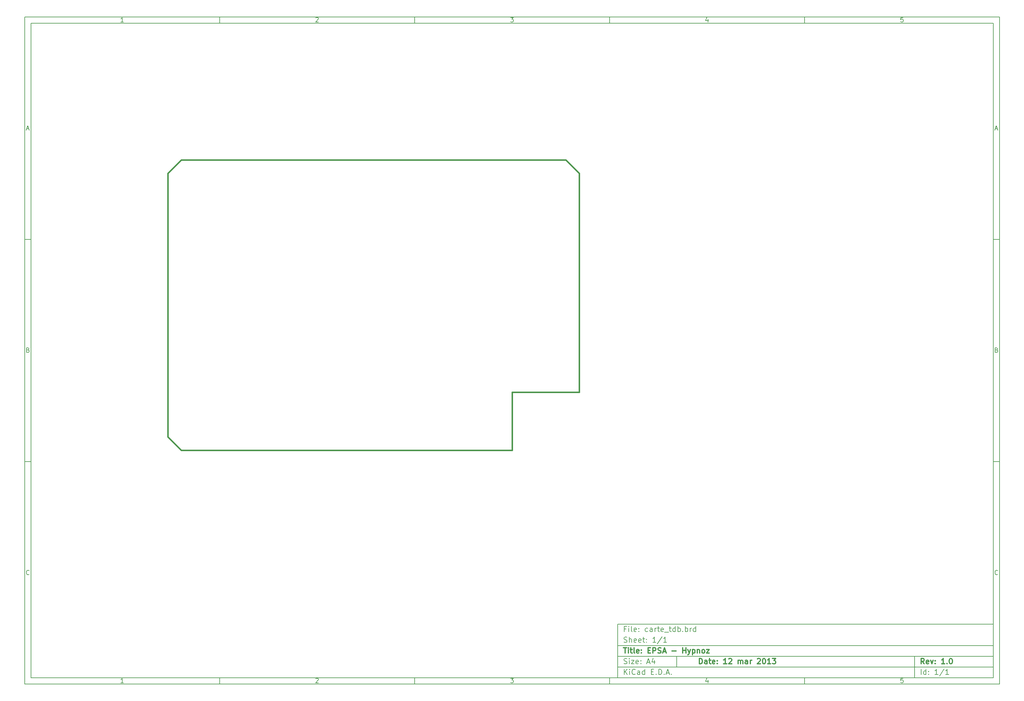
<source format=gbr>
G04 (created by PCBNEW-RS274X (2012-01-19 BZR 3256)-stable) date 12/03/2013 15:54:10*
G01*
G70*
G90*
%MOIN*%
G04 Gerber Fmt 3.4, Leading zero omitted, Abs format*
%FSLAX34Y34*%
G04 APERTURE LIST*
%ADD10C,0.006000*%
%ADD11C,0.012000*%
%ADD12C,0.015000*%
G04 APERTURE END LIST*
G54D10*
X04000Y-04000D02*
X113000Y-04000D01*
X113000Y-78670D01*
X04000Y-78670D01*
X04000Y-04000D01*
X04700Y-04700D02*
X112300Y-04700D01*
X112300Y-77970D01*
X04700Y-77970D01*
X04700Y-04700D01*
X25800Y-04000D02*
X25800Y-04700D01*
X15043Y-04552D02*
X14757Y-04552D01*
X14900Y-04552D02*
X14900Y-04052D01*
X14852Y-04124D01*
X14805Y-04171D01*
X14757Y-04195D01*
X25800Y-78670D02*
X25800Y-77970D01*
X15043Y-78522D02*
X14757Y-78522D01*
X14900Y-78522D02*
X14900Y-78022D01*
X14852Y-78094D01*
X14805Y-78141D01*
X14757Y-78165D01*
X47600Y-04000D02*
X47600Y-04700D01*
X36557Y-04100D02*
X36581Y-04076D01*
X36629Y-04052D01*
X36748Y-04052D01*
X36795Y-04076D01*
X36819Y-04100D01*
X36843Y-04148D01*
X36843Y-04195D01*
X36819Y-04267D01*
X36533Y-04552D01*
X36843Y-04552D01*
X47600Y-78670D02*
X47600Y-77970D01*
X36557Y-78070D02*
X36581Y-78046D01*
X36629Y-78022D01*
X36748Y-78022D01*
X36795Y-78046D01*
X36819Y-78070D01*
X36843Y-78118D01*
X36843Y-78165D01*
X36819Y-78237D01*
X36533Y-78522D01*
X36843Y-78522D01*
X69400Y-04000D02*
X69400Y-04700D01*
X58333Y-04052D02*
X58643Y-04052D01*
X58476Y-04243D01*
X58548Y-04243D01*
X58595Y-04267D01*
X58619Y-04290D01*
X58643Y-04338D01*
X58643Y-04457D01*
X58619Y-04505D01*
X58595Y-04529D01*
X58548Y-04552D01*
X58405Y-04552D01*
X58357Y-04529D01*
X58333Y-04505D01*
X69400Y-78670D02*
X69400Y-77970D01*
X58333Y-78022D02*
X58643Y-78022D01*
X58476Y-78213D01*
X58548Y-78213D01*
X58595Y-78237D01*
X58619Y-78260D01*
X58643Y-78308D01*
X58643Y-78427D01*
X58619Y-78475D01*
X58595Y-78499D01*
X58548Y-78522D01*
X58405Y-78522D01*
X58357Y-78499D01*
X58333Y-78475D01*
X91200Y-04000D02*
X91200Y-04700D01*
X80395Y-04219D02*
X80395Y-04552D01*
X80276Y-04029D02*
X80157Y-04386D01*
X80467Y-04386D01*
X91200Y-78670D02*
X91200Y-77970D01*
X80395Y-78189D02*
X80395Y-78522D01*
X80276Y-77999D02*
X80157Y-78356D01*
X80467Y-78356D01*
X102219Y-04052D02*
X101981Y-04052D01*
X101957Y-04290D01*
X101981Y-04267D01*
X102029Y-04243D01*
X102148Y-04243D01*
X102195Y-04267D01*
X102219Y-04290D01*
X102243Y-04338D01*
X102243Y-04457D01*
X102219Y-04505D01*
X102195Y-04529D01*
X102148Y-04552D01*
X102029Y-04552D01*
X101981Y-04529D01*
X101957Y-04505D01*
X102219Y-78022D02*
X101981Y-78022D01*
X101957Y-78260D01*
X101981Y-78237D01*
X102029Y-78213D01*
X102148Y-78213D01*
X102195Y-78237D01*
X102219Y-78260D01*
X102243Y-78308D01*
X102243Y-78427D01*
X102219Y-78475D01*
X102195Y-78499D01*
X102148Y-78522D01*
X102029Y-78522D01*
X101981Y-78499D01*
X101957Y-78475D01*
X04000Y-28890D02*
X04700Y-28890D01*
X04231Y-16510D02*
X04469Y-16510D01*
X04184Y-16652D02*
X04350Y-16152D01*
X04517Y-16652D01*
X113000Y-28890D02*
X112300Y-28890D01*
X112531Y-16510D02*
X112769Y-16510D01*
X112484Y-16652D02*
X112650Y-16152D01*
X112817Y-16652D01*
X04000Y-53780D02*
X04700Y-53780D01*
X04386Y-41280D02*
X04457Y-41304D01*
X04481Y-41328D01*
X04505Y-41376D01*
X04505Y-41447D01*
X04481Y-41495D01*
X04457Y-41519D01*
X04410Y-41542D01*
X04219Y-41542D01*
X04219Y-41042D01*
X04386Y-41042D01*
X04433Y-41066D01*
X04457Y-41090D01*
X04481Y-41138D01*
X04481Y-41185D01*
X04457Y-41233D01*
X04433Y-41257D01*
X04386Y-41280D01*
X04219Y-41280D01*
X113000Y-53780D02*
X112300Y-53780D01*
X112686Y-41280D02*
X112757Y-41304D01*
X112781Y-41328D01*
X112805Y-41376D01*
X112805Y-41447D01*
X112781Y-41495D01*
X112757Y-41519D01*
X112710Y-41542D01*
X112519Y-41542D01*
X112519Y-41042D01*
X112686Y-41042D01*
X112733Y-41066D01*
X112757Y-41090D01*
X112781Y-41138D01*
X112781Y-41185D01*
X112757Y-41233D01*
X112733Y-41257D01*
X112686Y-41280D01*
X112519Y-41280D01*
X04505Y-66385D02*
X04481Y-66409D01*
X04410Y-66432D01*
X04362Y-66432D01*
X04290Y-66409D01*
X04243Y-66361D01*
X04219Y-66313D01*
X04195Y-66218D01*
X04195Y-66147D01*
X04219Y-66051D01*
X04243Y-66004D01*
X04290Y-65956D01*
X04362Y-65932D01*
X04410Y-65932D01*
X04481Y-65956D01*
X04505Y-65980D01*
X112805Y-66385D02*
X112781Y-66409D01*
X112710Y-66432D01*
X112662Y-66432D01*
X112590Y-66409D01*
X112543Y-66361D01*
X112519Y-66313D01*
X112495Y-66218D01*
X112495Y-66147D01*
X112519Y-66051D01*
X112543Y-66004D01*
X112590Y-65956D01*
X112662Y-65932D01*
X112710Y-65932D01*
X112781Y-65956D01*
X112805Y-65980D01*
G54D11*
X79443Y-76413D02*
X79443Y-75813D01*
X79586Y-75813D01*
X79671Y-75841D01*
X79729Y-75899D01*
X79757Y-75956D01*
X79786Y-76070D01*
X79786Y-76156D01*
X79757Y-76270D01*
X79729Y-76327D01*
X79671Y-76384D01*
X79586Y-76413D01*
X79443Y-76413D01*
X80300Y-76413D02*
X80300Y-76099D01*
X80271Y-76041D01*
X80214Y-76013D01*
X80100Y-76013D01*
X80043Y-76041D01*
X80300Y-76384D02*
X80243Y-76413D01*
X80100Y-76413D01*
X80043Y-76384D01*
X80014Y-76327D01*
X80014Y-76270D01*
X80043Y-76213D01*
X80100Y-76184D01*
X80243Y-76184D01*
X80300Y-76156D01*
X80500Y-76013D02*
X80729Y-76013D01*
X80586Y-75813D02*
X80586Y-76327D01*
X80614Y-76384D01*
X80672Y-76413D01*
X80729Y-76413D01*
X81157Y-76384D02*
X81100Y-76413D01*
X80986Y-76413D01*
X80929Y-76384D01*
X80900Y-76327D01*
X80900Y-76099D01*
X80929Y-76041D01*
X80986Y-76013D01*
X81100Y-76013D01*
X81157Y-76041D01*
X81186Y-76099D01*
X81186Y-76156D01*
X80900Y-76213D01*
X81443Y-76356D02*
X81471Y-76384D01*
X81443Y-76413D01*
X81414Y-76384D01*
X81443Y-76356D01*
X81443Y-76413D01*
X81443Y-76041D02*
X81471Y-76070D01*
X81443Y-76099D01*
X81414Y-76070D01*
X81443Y-76041D01*
X81443Y-76099D01*
X82500Y-76413D02*
X82157Y-76413D01*
X82329Y-76413D02*
X82329Y-75813D01*
X82272Y-75899D01*
X82214Y-75956D01*
X82157Y-75984D01*
X82728Y-75870D02*
X82757Y-75841D01*
X82814Y-75813D01*
X82957Y-75813D01*
X83014Y-75841D01*
X83043Y-75870D01*
X83071Y-75927D01*
X83071Y-75984D01*
X83043Y-76070D01*
X82700Y-76413D01*
X83071Y-76413D01*
X83785Y-76413D02*
X83785Y-76013D01*
X83785Y-76070D02*
X83813Y-76041D01*
X83871Y-76013D01*
X83956Y-76013D01*
X84013Y-76041D01*
X84042Y-76099D01*
X84042Y-76413D01*
X84042Y-76099D02*
X84071Y-76041D01*
X84128Y-76013D01*
X84213Y-76013D01*
X84271Y-76041D01*
X84299Y-76099D01*
X84299Y-76413D01*
X84842Y-76413D02*
X84842Y-76099D01*
X84813Y-76041D01*
X84756Y-76013D01*
X84642Y-76013D01*
X84585Y-76041D01*
X84842Y-76384D02*
X84785Y-76413D01*
X84642Y-76413D01*
X84585Y-76384D01*
X84556Y-76327D01*
X84556Y-76270D01*
X84585Y-76213D01*
X84642Y-76184D01*
X84785Y-76184D01*
X84842Y-76156D01*
X85128Y-76413D02*
X85128Y-76013D01*
X85128Y-76127D02*
X85156Y-76070D01*
X85185Y-76041D01*
X85242Y-76013D01*
X85299Y-76013D01*
X85927Y-75870D02*
X85956Y-75841D01*
X86013Y-75813D01*
X86156Y-75813D01*
X86213Y-75841D01*
X86242Y-75870D01*
X86270Y-75927D01*
X86270Y-75984D01*
X86242Y-76070D01*
X85899Y-76413D01*
X86270Y-76413D01*
X86641Y-75813D02*
X86698Y-75813D01*
X86755Y-75841D01*
X86784Y-75870D01*
X86813Y-75927D01*
X86841Y-76041D01*
X86841Y-76184D01*
X86813Y-76299D01*
X86784Y-76356D01*
X86755Y-76384D01*
X86698Y-76413D01*
X86641Y-76413D01*
X86584Y-76384D01*
X86555Y-76356D01*
X86527Y-76299D01*
X86498Y-76184D01*
X86498Y-76041D01*
X86527Y-75927D01*
X86555Y-75870D01*
X86584Y-75841D01*
X86641Y-75813D01*
X87412Y-76413D02*
X87069Y-76413D01*
X87241Y-76413D02*
X87241Y-75813D01*
X87184Y-75899D01*
X87126Y-75956D01*
X87069Y-75984D01*
X87612Y-75813D02*
X87983Y-75813D01*
X87783Y-76041D01*
X87869Y-76041D01*
X87926Y-76070D01*
X87955Y-76099D01*
X87983Y-76156D01*
X87983Y-76299D01*
X87955Y-76356D01*
X87926Y-76384D01*
X87869Y-76413D01*
X87697Y-76413D01*
X87640Y-76384D01*
X87612Y-76356D01*
G54D10*
X71043Y-77613D02*
X71043Y-77013D01*
X71386Y-77613D02*
X71129Y-77270D01*
X71386Y-77013D02*
X71043Y-77356D01*
X71643Y-77613D02*
X71643Y-77213D01*
X71643Y-77013D02*
X71614Y-77041D01*
X71643Y-77070D01*
X71671Y-77041D01*
X71643Y-77013D01*
X71643Y-77070D01*
X72272Y-77556D02*
X72243Y-77584D01*
X72157Y-77613D01*
X72100Y-77613D01*
X72015Y-77584D01*
X71957Y-77527D01*
X71929Y-77470D01*
X71900Y-77356D01*
X71900Y-77270D01*
X71929Y-77156D01*
X71957Y-77099D01*
X72015Y-77041D01*
X72100Y-77013D01*
X72157Y-77013D01*
X72243Y-77041D01*
X72272Y-77070D01*
X72786Y-77613D02*
X72786Y-77299D01*
X72757Y-77241D01*
X72700Y-77213D01*
X72586Y-77213D01*
X72529Y-77241D01*
X72786Y-77584D02*
X72729Y-77613D01*
X72586Y-77613D01*
X72529Y-77584D01*
X72500Y-77527D01*
X72500Y-77470D01*
X72529Y-77413D01*
X72586Y-77384D01*
X72729Y-77384D01*
X72786Y-77356D01*
X73329Y-77613D02*
X73329Y-77013D01*
X73329Y-77584D02*
X73272Y-77613D01*
X73158Y-77613D01*
X73100Y-77584D01*
X73072Y-77556D01*
X73043Y-77499D01*
X73043Y-77327D01*
X73072Y-77270D01*
X73100Y-77241D01*
X73158Y-77213D01*
X73272Y-77213D01*
X73329Y-77241D01*
X74072Y-77299D02*
X74272Y-77299D01*
X74358Y-77613D02*
X74072Y-77613D01*
X74072Y-77013D01*
X74358Y-77013D01*
X74615Y-77556D02*
X74643Y-77584D01*
X74615Y-77613D01*
X74586Y-77584D01*
X74615Y-77556D01*
X74615Y-77613D01*
X74901Y-77613D02*
X74901Y-77013D01*
X75044Y-77013D01*
X75129Y-77041D01*
X75187Y-77099D01*
X75215Y-77156D01*
X75244Y-77270D01*
X75244Y-77356D01*
X75215Y-77470D01*
X75187Y-77527D01*
X75129Y-77584D01*
X75044Y-77613D01*
X74901Y-77613D01*
X75501Y-77556D02*
X75529Y-77584D01*
X75501Y-77613D01*
X75472Y-77584D01*
X75501Y-77556D01*
X75501Y-77613D01*
X75758Y-77441D02*
X76044Y-77441D01*
X75701Y-77613D02*
X75901Y-77013D01*
X76101Y-77613D01*
X76301Y-77556D02*
X76329Y-77584D01*
X76301Y-77613D01*
X76272Y-77584D01*
X76301Y-77556D01*
X76301Y-77613D01*
G54D11*
X104586Y-76413D02*
X104386Y-76127D01*
X104243Y-76413D02*
X104243Y-75813D01*
X104471Y-75813D01*
X104529Y-75841D01*
X104557Y-75870D01*
X104586Y-75927D01*
X104586Y-76013D01*
X104557Y-76070D01*
X104529Y-76099D01*
X104471Y-76127D01*
X104243Y-76127D01*
X105071Y-76384D02*
X105014Y-76413D01*
X104900Y-76413D01*
X104843Y-76384D01*
X104814Y-76327D01*
X104814Y-76099D01*
X104843Y-76041D01*
X104900Y-76013D01*
X105014Y-76013D01*
X105071Y-76041D01*
X105100Y-76099D01*
X105100Y-76156D01*
X104814Y-76213D01*
X105300Y-76013D02*
X105443Y-76413D01*
X105585Y-76013D01*
X105814Y-76356D02*
X105842Y-76384D01*
X105814Y-76413D01*
X105785Y-76384D01*
X105814Y-76356D01*
X105814Y-76413D01*
X105814Y-76041D02*
X105842Y-76070D01*
X105814Y-76099D01*
X105785Y-76070D01*
X105814Y-76041D01*
X105814Y-76099D01*
X106871Y-76413D02*
X106528Y-76413D01*
X106700Y-76413D02*
X106700Y-75813D01*
X106643Y-75899D01*
X106585Y-75956D01*
X106528Y-75984D01*
X107128Y-76356D02*
X107156Y-76384D01*
X107128Y-76413D01*
X107099Y-76384D01*
X107128Y-76356D01*
X107128Y-76413D01*
X107528Y-75813D02*
X107585Y-75813D01*
X107642Y-75841D01*
X107671Y-75870D01*
X107700Y-75927D01*
X107728Y-76041D01*
X107728Y-76184D01*
X107700Y-76299D01*
X107671Y-76356D01*
X107642Y-76384D01*
X107585Y-76413D01*
X107528Y-76413D01*
X107471Y-76384D01*
X107442Y-76356D01*
X107414Y-76299D01*
X107385Y-76184D01*
X107385Y-76041D01*
X107414Y-75927D01*
X107442Y-75870D01*
X107471Y-75841D01*
X107528Y-75813D01*
G54D10*
X71014Y-76384D02*
X71100Y-76413D01*
X71243Y-76413D01*
X71300Y-76384D01*
X71329Y-76356D01*
X71357Y-76299D01*
X71357Y-76241D01*
X71329Y-76184D01*
X71300Y-76156D01*
X71243Y-76127D01*
X71129Y-76099D01*
X71071Y-76070D01*
X71043Y-76041D01*
X71014Y-75984D01*
X71014Y-75927D01*
X71043Y-75870D01*
X71071Y-75841D01*
X71129Y-75813D01*
X71271Y-75813D01*
X71357Y-75841D01*
X71614Y-76413D02*
X71614Y-76013D01*
X71614Y-75813D02*
X71585Y-75841D01*
X71614Y-75870D01*
X71642Y-75841D01*
X71614Y-75813D01*
X71614Y-75870D01*
X71843Y-76013D02*
X72157Y-76013D01*
X71843Y-76413D01*
X72157Y-76413D01*
X72614Y-76384D02*
X72557Y-76413D01*
X72443Y-76413D01*
X72386Y-76384D01*
X72357Y-76327D01*
X72357Y-76099D01*
X72386Y-76041D01*
X72443Y-76013D01*
X72557Y-76013D01*
X72614Y-76041D01*
X72643Y-76099D01*
X72643Y-76156D01*
X72357Y-76213D01*
X72900Y-76356D02*
X72928Y-76384D01*
X72900Y-76413D01*
X72871Y-76384D01*
X72900Y-76356D01*
X72900Y-76413D01*
X72900Y-76041D02*
X72928Y-76070D01*
X72900Y-76099D01*
X72871Y-76070D01*
X72900Y-76041D01*
X72900Y-76099D01*
X73614Y-76241D02*
X73900Y-76241D01*
X73557Y-76413D02*
X73757Y-75813D01*
X73957Y-76413D01*
X74414Y-76013D02*
X74414Y-76413D01*
X74271Y-75784D02*
X74128Y-76213D01*
X74500Y-76213D01*
X104243Y-77613D02*
X104243Y-77013D01*
X104786Y-77613D02*
X104786Y-77013D01*
X104786Y-77584D02*
X104729Y-77613D01*
X104615Y-77613D01*
X104557Y-77584D01*
X104529Y-77556D01*
X104500Y-77499D01*
X104500Y-77327D01*
X104529Y-77270D01*
X104557Y-77241D01*
X104615Y-77213D01*
X104729Y-77213D01*
X104786Y-77241D01*
X105072Y-77556D02*
X105100Y-77584D01*
X105072Y-77613D01*
X105043Y-77584D01*
X105072Y-77556D01*
X105072Y-77613D01*
X105072Y-77241D02*
X105100Y-77270D01*
X105072Y-77299D01*
X105043Y-77270D01*
X105072Y-77241D01*
X105072Y-77299D01*
X106129Y-77613D02*
X105786Y-77613D01*
X105958Y-77613D02*
X105958Y-77013D01*
X105901Y-77099D01*
X105843Y-77156D01*
X105786Y-77184D01*
X106814Y-76984D02*
X106300Y-77756D01*
X107329Y-77613D02*
X106986Y-77613D01*
X107158Y-77613D02*
X107158Y-77013D01*
X107101Y-77099D01*
X107043Y-77156D01*
X106986Y-77184D01*
G54D11*
X70957Y-74613D02*
X71300Y-74613D01*
X71129Y-75213D02*
X71129Y-74613D01*
X71500Y-75213D02*
X71500Y-74813D01*
X71500Y-74613D02*
X71471Y-74641D01*
X71500Y-74670D01*
X71528Y-74641D01*
X71500Y-74613D01*
X71500Y-74670D01*
X71700Y-74813D02*
X71929Y-74813D01*
X71786Y-74613D02*
X71786Y-75127D01*
X71814Y-75184D01*
X71872Y-75213D01*
X71929Y-75213D01*
X72215Y-75213D02*
X72157Y-75184D01*
X72129Y-75127D01*
X72129Y-74613D01*
X72671Y-75184D02*
X72614Y-75213D01*
X72500Y-75213D01*
X72443Y-75184D01*
X72414Y-75127D01*
X72414Y-74899D01*
X72443Y-74841D01*
X72500Y-74813D01*
X72614Y-74813D01*
X72671Y-74841D01*
X72700Y-74899D01*
X72700Y-74956D01*
X72414Y-75013D01*
X72957Y-75156D02*
X72985Y-75184D01*
X72957Y-75213D01*
X72928Y-75184D01*
X72957Y-75156D01*
X72957Y-75213D01*
X72957Y-74841D02*
X72985Y-74870D01*
X72957Y-74899D01*
X72928Y-74870D01*
X72957Y-74841D01*
X72957Y-74899D01*
X73700Y-74899D02*
X73900Y-74899D01*
X73986Y-75213D02*
X73700Y-75213D01*
X73700Y-74613D01*
X73986Y-74613D01*
X74243Y-75213D02*
X74243Y-74613D01*
X74471Y-74613D01*
X74529Y-74641D01*
X74557Y-74670D01*
X74586Y-74727D01*
X74586Y-74813D01*
X74557Y-74870D01*
X74529Y-74899D01*
X74471Y-74927D01*
X74243Y-74927D01*
X74814Y-75184D02*
X74900Y-75213D01*
X75043Y-75213D01*
X75100Y-75184D01*
X75129Y-75156D01*
X75157Y-75099D01*
X75157Y-75041D01*
X75129Y-74984D01*
X75100Y-74956D01*
X75043Y-74927D01*
X74929Y-74899D01*
X74871Y-74870D01*
X74843Y-74841D01*
X74814Y-74784D01*
X74814Y-74727D01*
X74843Y-74670D01*
X74871Y-74641D01*
X74929Y-74613D01*
X75071Y-74613D01*
X75157Y-74641D01*
X75385Y-75041D02*
X75671Y-75041D01*
X75328Y-75213D02*
X75528Y-74613D01*
X75728Y-75213D01*
X76385Y-74984D02*
X76842Y-74984D01*
X77585Y-75213D02*
X77585Y-74613D01*
X77585Y-74899D02*
X77928Y-74899D01*
X77928Y-75213D02*
X77928Y-74613D01*
X78157Y-74813D02*
X78300Y-75213D01*
X78442Y-74813D02*
X78300Y-75213D01*
X78242Y-75356D01*
X78214Y-75384D01*
X78157Y-75413D01*
X78671Y-74813D02*
X78671Y-75413D01*
X78671Y-74841D02*
X78728Y-74813D01*
X78842Y-74813D01*
X78899Y-74841D01*
X78928Y-74870D01*
X78957Y-74927D01*
X78957Y-75099D01*
X78928Y-75156D01*
X78899Y-75184D01*
X78842Y-75213D01*
X78728Y-75213D01*
X78671Y-75184D01*
X79214Y-74813D02*
X79214Y-75213D01*
X79214Y-74870D02*
X79242Y-74841D01*
X79300Y-74813D01*
X79385Y-74813D01*
X79442Y-74841D01*
X79471Y-74899D01*
X79471Y-75213D01*
X79843Y-75213D02*
X79785Y-75184D01*
X79757Y-75156D01*
X79728Y-75099D01*
X79728Y-74927D01*
X79757Y-74870D01*
X79785Y-74841D01*
X79843Y-74813D01*
X79928Y-74813D01*
X79985Y-74841D01*
X80014Y-74870D01*
X80043Y-74927D01*
X80043Y-75099D01*
X80014Y-75156D01*
X79985Y-75184D01*
X79928Y-75213D01*
X79843Y-75213D01*
X80243Y-74813D02*
X80557Y-74813D01*
X80243Y-75213D01*
X80557Y-75213D01*
G54D10*
X71243Y-72499D02*
X71043Y-72499D01*
X71043Y-72813D02*
X71043Y-72213D01*
X71329Y-72213D01*
X71557Y-72813D02*
X71557Y-72413D01*
X71557Y-72213D02*
X71528Y-72241D01*
X71557Y-72270D01*
X71585Y-72241D01*
X71557Y-72213D01*
X71557Y-72270D01*
X71929Y-72813D02*
X71871Y-72784D01*
X71843Y-72727D01*
X71843Y-72213D01*
X72385Y-72784D02*
X72328Y-72813D01*
X72214Y-72813D01*
X72157Y-72784D01*
X72128Y-72727D01*
X72128Y-72499D01*
X72157Y-72441D01*
X72214Y-72413D01*
X72328Y-72413D01*
X72385Y-72441D01*
X72414Y-72499D01*
X72414Y-72556D01*
X72128Y-72613D01*
X72671Y-72756D02*
X72699Y-72784D01*
X72671Y-72813D01*
X72642Y-72784D01*
X72671Y-72756D01*
X72671Y-72813D01*
X72671Y-72441D02*
X72699Y-72470D01*
X72671Y-72499D01*
X72642Y-72470D01*
X72671Y-72441D01*
X72671Y-72499D01*
X73671Y-72784D02*
X73614Y-72813D01*
X73500Y-72813D01*
X73442Y-72784D01*
X73414Y-72756D01*
X73385Y-72699D01*
X73385Y-72527D01*
X73414Y-72470D01*
X73442Y-72441D01*
X73500Y-72413D01*
X73614Y-72413D01*
X73671Y-72441D01*
X74185Y-72813D02*
X74185Y-72499D01*
X74156Y-72441D01*
X74099Y-72413D01*
X73985Y-72413D01*
X73928Y-72441D01*
X74185Y-72784D02*
X74128Y-72813D01*
X73985Y-72813D01*
X73928Y-72784D01*
X73899Y-72727D01*
X73899Y-72670D01*
X73928Y-72613D01*
X73985Y-72584D01*
X74128Y-72584D01*
X74185Y-72556D01*
X74471Y-72813D02*
X74471Y-72413D01*
X74471Y-72527D02*
X74499Y-72470D01*
X74528Y-72441D01*
X74585Y-72413D01*
X74642Y-72413D01*
X74756Y-72413D02*
X74985Y-72413D01*
X74842Y-72213D02*
X74842Y-72727D01*
X74870Y-72784D01*
X74928Y-72813D01*
X74985Y-72813D01*
X75413Y-72784D02*
X75356Y-72813D01*
X75242Y-72813D01*
X75185Y-72784D01*
X75156Y-72727D01*
X75156Y-72499D01*
X75185Y-72441D01*
X75242Y-72413D01*
X75356Y-72413D01*
X75413Y-72441D01*
X75442Y-72499D01*
X75442Y-72556D01*
X75156Y-72613D01*
X75556Y-72870D02*
X76013Y-72870D01*
X76070Y-72413D02*
X76299Y-72413D01*
X76156Y-72213D02*
X76156Y-72727D01*
X76184Y-72784D01*
X76242Y-72813D01*
X76299Y-72813D01*
X76756Y-72813D02*
X76756Y-72213D01*
X76756Y-72784D02*
X76699Y-72813D01*
X76585Y-72813D01*
X76527Y-72784D01*
X76499Y-72756D01*
X76470Y-72699D01*
X76470Y-72527D01*
X76499Y-72470D01*
X76527Y-72441D01*
X76585Y-72413D01*
X76699Y-72413D01*
X76756Y-72441D01*
X77042Y-72813D02*
X77042Y-72213D01*
X77042Y-72441D02*
X77099Y-72413D01*
X77213Y-72413D01*
X77270Y-72441D01*
X77299Y-72470D01*
X77328Y-72527D01*
X77328Y-72699D01*
X77299Y-72756D01*
X77270Y-72784D01*
X77213Y-72813D01*
X77099Y-72813D01*
X77042Y-72784D01*
X77585Y-72756D02*
X77613Y-72784D01*
X77585Y-72813D01*
X77556Y-72784D01*
X77585Y-72756D01*
X77585Y-72813D01*
X77871Y-72813D02*
X77871Y-72213D01*
X77871Y-72441D02*
X77928Y-72413D01*
X78042Y-72413D01*
X78099Y-72441D01*
X78128Y-72470D01*
X78157Y-72527D01*
X78157Y-72699D01*
X78128Y-72756D01*
X78099Y-72784D01*
X78042Y-72813D01*
X77928Y-72813D01*
X77871Y-72784D01*
X78414Y-72813D02*
X78414Y-72413D01*
X78414Y-72527D02*
X78442Y-72470D01*
X78471Y-72441D01*
X78528Y-72413D01*
X78585Y-72413D01*
X79042Y-72813D02*
X79042Y-72213D01*
X79042Y-72784D02*
X78985Y-72813D01*
X78871Y-72813D01*
X78813Y-72784D01*
X78785Y-72756D01*
X78756Y-72699D01*
X78756Y-72527D01*
X78785Y-72470D01*
X78813Y-72441D01*
X78871Y-72413D01*
X78985Y-72413D01*
X79042Y-72441D01*
X71014Y-73984D02*
X71100Y-74013D01*
X71243Y-74013D01*
X71300Y-73984D01*
X71329Y-73956D01*
X71357Y-73899D01*
X71357Y-73841D01*
X71329Y-73784D01*
X71300Y-73756D01*
X71243Y-73727D01*
X71129Y-73699D01*
X71071Y-73670D01*
X71043Y-73641D01*
X71014Y-73584D01*
X71014Y-73527D01*
X71043Y-73470D01*
X71071Y-73441D01*
X71129Y-73413D01*
X71271Y-73413D01*
X71357Y-73441D01*
X71614Y-74013D02*
X71614Y-73413D01*
X71871Y-74013D02*
X71871Y-73699D01*
X71842Y-73641D01*
X71785Y-73613D01*
X71700Y-73613D01*
X71642Y-73641D01*
X71614Y-73670D01*
X72385Y-73984D02*
X72328Y-74013D01*
X72214Y-74013D01*
X72157Y-73984D01*
X72128Y-73927D01*
X72128Y-73699D01*
X72157Y-73641D01*
X72214Y-73613D01*
X72328Y-73613D01*
X72385Y-73641D01*
X72414Y-73699D01*
X72414Y-73756D01*
X72128Y-73813D01*
X72899Y-73984D02*
X72842Y-74013D01*
X72728Y-74013D01*
X72671Y-73984D01*
X72642Y-73927D01*
X72642Y-73699D01*
X72671Y-73641D01*
X72728Y-73613D01*
X72842Y-73613D01*
X72899Y-73641D01*
X72928Y-73699D01*
X72928Y-73756D01*
X72642Y-73813D01*
X73099Y-73613D02*
X73328Y-73613D01*
X73185Y-73413D02*
X73185Y-73927D01*
X73213Y-73984D01*
X73271Y-74013D01*
X73328Y-74013D01*
X73528Y-73956D02*
X73556Y-73984D01*
X73528Y-74013D01*
X73499Y-73984D01*
X73528Y-73956D01*
X73528Y-74013D01*
X73528Y-73641D02*
X73556Y-73670D01*
X73528Y-73699D01*
X73499Y-73670D01*
X73528Y-73641D01*
X73528Y-73699D01*
X74585Y-74013D02*
X74242Y-74013D01*
X74414Y-74013D02*
X74414Y-73413D01*
X74357Y-73499D01*
X74299Y-73556D01*
X74242Y-73584D01*
X75270Y-73384D02*
X74756Y-74156D01*
X75785Y-74013D02*
X75442Y-74013D01*
X75614Y-74013D02*
X75614Y-73413D01*
X75557Y-73499D01*
X75499Y-73556D01*
X75442Y-73584D01*
X70300Y-71970D02*
X70300Y-77970D01*
X70300Y-71970D02*
X112300Y-71970D01*
X70300Y-71970D02*
X112300Y-71970D01*
X70300Y-74370D02*
X112300Y-74370D01*
X103500Y-75570D02*
X103500Y-77970D01*
X70300Y-76770D02*
X112300Y-76770D01*
X70300Y-75570D02*
X112300Y-75570D01*
X76900Y-75570D02*
X76900Y-76770D01*
G54D12*
X58500Y-52500D02*
X21500Y-52500D01*
X66000Y-21500D02*
X66000Y-46000D01*
X58500Y-46000D02*
X66000Y-46000D01*
X58500Y-52500D02*
X58500Y-46000D01*
X20000Y-51000D02*
X21500Y-52500D01*
X20000Y-21500D02*
X20000Y-51000D01*
X21500Y-20000D02*
X20000Y-21500D01*
X64500Y-20000D02*
X21500Y-20000D01*
X66000Y-21500D02*
X64500Y-20000D01*
M02*

</source>
